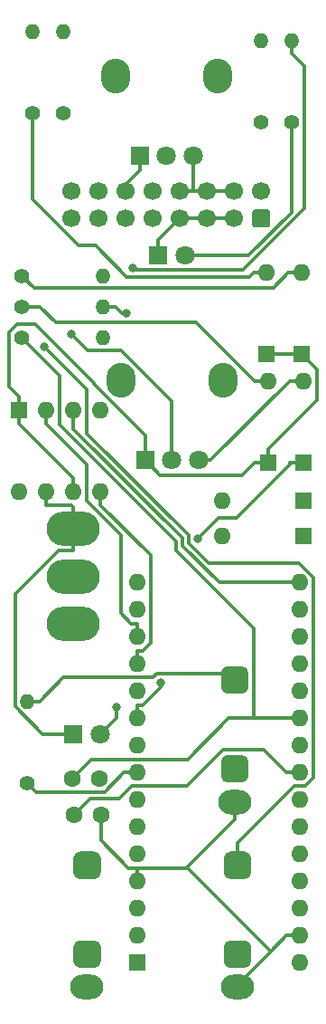
<source format=gbr>
G04 #@! TF.GenerationSoftware,KiCad,Pcbnew,(5.1.10-1-10_14)*
G04 #@! TF.CreationDate,2021-10-15T00:01:35+02:00*
G04 #@! TF.ProjectId,main,6d61696e-2e6b-4696-9361-645f70636258,rev?*
G04 #@! TF.SameCoordinates,Original*
G04 #@! TF.FileFunction,Copper,L2,Bot*
G04 #@! TF.FilePolarity,Positive*
%FSLAX46Y46*%
G04 Gerber Fmt 4.6, Leading zero omitted, Abs format (unit mm)*
G04 Created by KiCad (PCBNEW (5.1.10-1-10_14)) date 2021-10-15 00:01:35*
%MOMM*%
%LPD*%
G01*
G04 APERTURE LIST*
G04 #@! TA.AperFunction,ComponentPad*
%ADD10C,1.700000*%
G04 #@! TD*
G04 #@! TA.AperFunction,ComponentPad*
%ADD11O,1.600000X1.600000*%
G04 #@! TD*
G04 #@! TA.AperFunction,ComponentPad*
%ADD12R,1.600000X1.600000*%
G04 #@! TD*
G04 #@! TA.AperFunction,ComponentPad*
%ADD13O,5.000000X3.200000*%
G04 #@! TD*
G04 #@! TA.AperFunction,ComponentPad*
%ADD14O,3.100000X2.300000*%
G04 #@! TD*
G04 #@! TA.AperFunction,ComponentPad*
%ADD15O,2.720000X3.240000*%
G04 #@! TD*
G04 #@! TA.AperFunction,ComponentPad*
%ADD16C,1.800000*%
G04 #@! TD*
G04 #@! TA.AperFunction,ComponentPad*
%ADD17R,1.800000X1.800000*%
G04 #@! TD*
G04 #@! TA.AperFunction,ComponentPad*
%ADD18O,1.400000X1.400000*%
G04 #@! TD*
G04 #@! TA.AperFunction,ComponentPad*
%ADD19C,1.400000*%
G04 #@! TD*
G04 #@! TA.AperFunction,ComponentPad*
%ADD20C,1.600000*%
G04 #@! TD*
G04 #@! TA.AperFunction,ViaPad*
%ADD21C,0.800000*%
G04 #@! TD*
G04 #@! TA.AperFunction,Conductor*
%ADD22C,0.300000*%
G04 #@! TD*
G04 APERTURE END LIST*
D10*
X90297000Y-68516500D03*
X92837000Y-68516500D03*
X95377000Y-68516500D03*
X97917000Y-68516500D03*
X100457000Y-68516500D03*
X102997000Y-68516500D03*
X105537000Y-68516500D03*
X108077000Y-68516500D03*
X90297000Y-71056500D03*
X92837000Y-71056500D03*
X95377000Y-71056500D03*
X97917000Y-71056500D03*
X100457000Y-71056500D03*
X102997000Y-71056500D03*
X105537000Y-71056500D03*
G04 #@! TA.AperFunction,ComponentPad*
G36*
G01*
X108677000Y-71906500D02*
X107477000Y-71906500D01*
G75*
G02*
X107227000Y-71656500I0J250000D01*
G01*
X107227000Y-70456500D01*
G75*
G02*
X107477000Y-70206500I250000J0D01*
G01*
X108677000Y-70206500D01*
G75*
G02*
X108927000Y-70456500I0J-250000D01*
G01*
X108927000Y-71656500D01*
G75*
G02*
X108677000Y-71906500I-250000J0D01*
G01*
G37*
G04 #@! TD.AperFunction*
D11*
X104394000Y-100707000D03*
D12*
X112014000Y-100707000D03*
D11*
X108727000Y-86233000D03*
D12*
X108727000Y-93853000D03*
D11*
X104394000Y-97431500D03*
D12*
X112014000Y-97431500D03*
D11*
X108611000Y-76136500D03*
D12*
X108611000Y-83756500D03*
D11*
X112003000Y-86233000D03*
D12*
X112003000Y-93853000D03*
D11*
X111887000Y-76136500D03*
D12*
X111887000Y-83756500D03*
D13*
X90487500Y-108971000D03*
X90487500Y-104521000D03*
X90487500Y-100071000D03*
G04 #@! TA.AperFunction,ComponentPad*
G36*
G01*
X104554000Y-132192000D02*
X104554000Y-130892000D01*
G75*
G02*
X105204000Y-130242000I650000J0D01*
G01*
X106504000Y-130242000D01*
G75*
G02*
X107154000Y-130892000I0J-650000D01*
G01*
X107154000Y-132192000D01*
G75*
G02*
X106504000Y-132842000I-650000J0D01*
G01*
X105204000Y-132842000D01*
G75*
G02*
X104554000Y-132192000I0J650000D01*
G01*
G37*
G04 #@! TD.AperFunction*
D14*
X105854000Y-142942000D03*
G04 #@! TA.AperFunction,ComponentPad*
G36*
G01*
X104554000Y-140492000D02*
X104554000Y-139192000D01*
G75*
G02*
X105204000Y-138542000I650000J0D01*
G01*
X106504000Y-138542000D01*
G75*
G02*
X107154000Y-139192000I0J-650000D01*
G01*
X107154000Y-140492000D01*
G75*
G02*
X106504000Y-141142000I-650000J0D01*
G01*
X105204000Y-141142000D01*
G75*
G02*
X104554000Y-140492000I0J650000D01*
G01*
G37*
G04 #@! TD.AperFunction*
D11*
X85407500Y-96583500D03*
X93027500Y-88963500D03*
X87947500Y-96583500D03*
X90487500Y-88963500D03*
X90487500Y-96583500D03*
X87947500Y-88963500D03*
X93027500Y-96583500D03*
D12*
X85407500Y-88963500D03*
D15*
X94918500Y-86162500D03*
X104518500Y-86162500D03*
D16*
X102218500Y-93662500D03*
X99718500Y-93662500D03*
D17*
X97218500Y-93662500D03*
D15*
X94410500Y-57714500D03*
X104010500Y-57714500D03*
D16*
X101710500Y-65214500D03*
X99210500Y-65214500D03*
D17*
X96710500Y-65214500D03*
D18*
X86169500Y-116205000D03*
D19*
X86169500Y-123825000D03*
D18*
X93281500Y-79283400D03*
D19*
X85661500Y-79283400D03*
D18*
X86659300Y-53594000D03*
D19*
X86659300Y-61214000D03*
D18*
X110898000Y-54419500D03*
D19*
X110898000Y-62039500D03*
D18*
X108022000Y-54419500D03*
D19*
X108022000Y-62039500D03*
D18*
X89535200Y-53594000D03*
D19*
X89535200Y-61214000D03*
D18*
X93281500Y-82159200D03*
D19*
X85661500Y-82159200D03*
D18*
X93281500Y-76407500D03*
D19*
X85661500Y-76407500D03*
G04 #@! TA.AperFunction,ComponentPad*
G36*
G01*
X104300000Y-114856000D02*
X104300000Y-113556000D01*
G75*
G02*
X104950000Y-112906000I650000J0D01*
G01*
X106250000Y-112906000D01*
G75*
G02*
X106900000Y-113556000I0J-650000D01*
G01*
X106900000Y-114856000D01*
G75*
G02*
X106250000Y-115506000I-650000J0D01*
G01*
X104950000Y-115506000D01*
G75*
G02*
X104300000Y-114856000I0J650000D01*
G01*
G37*
G04 #@! TD.AperFunction*
D14*
X105600000Y-125606000D03*
G04 #@! TA.AperFunction,ComponentPad*
G36*
G01*
X104300000Y-123156000D02*
X104300000Y-121856000D01*
G75*
G02*
X104950000Y-121206000I650000J0D01*
G01*
X106250000Y-121206000D01*
G75*
G02*
X106900000Y-121856000I0J-650000D01*
G01*
X106900000Y-123156000D01*
G75*
G02*
X106250000Y-123806000I-650000J0D01*
G01*
X104950000Y-123806000D01*
G75*
G02*
X104300000Y-123156000I0J650000D01*
G01*
G37*
G04 #@! TD.AperFunction*
D17*
X90487500Y-119253000D03*
D16*
X93027500Y-119253000D03*
D17*
X98425000Y-74485500D03*
D16*
X100965000Y-74485500D03*
G04 #@! TA.AperFunction,ComponentPad*
G36*
G01*
X90457500Y-132192000D02*
X90457500Y-130892000D01*
G75*
G02*
X91107500Y-130242000I650000J0D01*
G01*
X92407500Y-130242000D01*
G75*
G02*
X93057500Y-130892000I0J-650000D01*
G01*
X93057500Y-132192000D01*
G75*
G02*
X92407500Y-132842000I-650000J0D01*
G01*
X91107500Y-132842000D01*
G75*
G02*
X90457500Y-132192000I0J650000D01*
G01*
G37*
G04 #@! TD.AperFunction*
D14*
X91757500Y-142942000D03*
G04 #@! TA.AperFunction,ComponentPad*
G36*
G01*
X90457500Y-140492000D02*
X90457500Y-139192000D01*
G75*
G02*
X91107500Y-138542000I650000J0D01*
G01*
X92407500Y-138542000D01*
G75*
G02*
X93057500Y-139192000I0J-650000D01*
G01*
X93057500Y-140492000D01*
G75*
G02*
X92407500Y-141142000I-650000J0D01*
G01*
X91107500Y-141142000D01*
G75*
G02*
X90457500Y-140492000I0J650000D01*
G01*
G37*
G04 #@! TD.AperFunction*
D20*
X93071000Y-126789000D03*
X90571000Y-126789000D03*
X92880500Y-123413000D03*
X90380500Y-123413000D03*
D11*
X111696500Y-105092000D03*
X96456500Y-105092000D03*
X111696500Y-140652000D03*
X96456500Y-107632000D03*
X111696500Y-138112000D03*
X96456500Y-110172000D03*
X111696500Y-135572000D03*
X96456500Y-112712000D03*
X111696500Y-133032000D03*
X96456500Y-115252000D03*
X111696500Y-130492000D03*
X96456500Y-117792000D03*
X111696500Y-127952000D03*
X96456500Y-120332000D03*
X111696500Y-125412000D03*
X96456500Y-122872000D03*
X111696500Y-122872000D03*
X96456500Y-125412000D03*
X111696500Y-120332000D03*
X96456500Y-127952000D03*
X111696500Y-117792000D03*
X96456500Y-130492000D03*
X111696500Y-115252000D03*
X96456500Y-133032000D03*
X111696500Y-112712000D03*
X96456500Y-135572000D03*
X111696500Y-110172000D03*
X96456500Y-138112000D03*
X111696500Y-107632000D03*
D12*
X96456500Y-140652000D03*
D21*
X102153200Y-100980600D03*
X98669300Y-114435200D03*
X96040200Y-75671200D03*
X95424400Y-79902200D03*
X94548200Y-116732700D03*
X90318800Y-81881000D03*
X87752900Y-83009500D03*
D22*
X90487500Y-90213800D02*
X90487500Y-90711700D01*
X90487500Y-90711700D02*
X100702600Y-100926800D01*
X100702600Y-100926800D02*
X100702600Y-101657800D01*
X100702600Y-101657800D02*
X104136800Y-105092000D01*
X104136800Y-105092000D02*
X111696500Y-105092000D01*
X90487500Y-88963500D02*
X90487500Y-90213800D01*
X108962200Y-139596000D02*
X110446200Y-138112000D01*
X105854000Y-142942000D02*
X105854000Y-142704200D01*
X105854000Y-142704200D02*
X108962200Y-139596000D01*
X108962200Y-139596000D02*
X101086200Y-131720100D01*
X101086200Y-131720100D02*
X101024600Y-131781700D01*
X101024600Y-131781700D02*
X96456500Y-131781700D01*
X105600000Y-127206300D02*
X101086200Y-131720100D01*
X112003000Y-86233000D02*
X110752700Y-86233000D01*
X102218500Y-93662500D02*
X103323200Y-93662500D01*
X103323200Y-93662500D02*
X110752700Y-86233000D01*
X111696500Y-138112000D02*
X110446200Y-138112000D01*
X101710500Y-68516500D02*
X100457000Y-68516500D01*
X102997000Y-68516500D02*
X101710500Y-68516500D01*
X101710500Y-68516500D02*
X101710500Y-65214500D01*
X90487500Y-100071000D02*
X90487500Y-98020700D01*
X87947500Y-96583500D02*
X87947500Y-97833800D01*
X87947500Y-97833800D02*
X90300600Y-97833800D01*
X90300600Y-97833800D02*
X90487500Y-98020700D01*
X90487500Y-100071000D02*
X90487500Y-102121300D01*
X90487500Y-119253000D02*
X87570800Y-119253000D01*
X87570800Y-119253000D02*
X84989200Y-116671400D01*
X84989200Y-116671400D02*
X84989200Y-106198200D01*
X84989200Y-106198200D02*
X89066100Y-102121300D01*
X89066100Y-102121300D02*
X90487500Y-102121300D01*
X93071000Y-126789000D02*
X93071000Y-129222900D01*
X93071000Y-129222900D02*
X95629800Y-131781700D01*
X95629800Y-131781700D02*
X96456500Y-131781700D01*
X105537000Y-68516500D02*
X102997000Y-68516500D01*
X100457000Y-71056500D02*
X102997000Y-71056500D01*
X98425000Y-74485500D02*
X98425000Y-73088500D01*
X98425000Y-73088500D02*
X100457000Y-71056500D01*
X105537000Y-71056500D02*
X102997000Y-71056500D01*
X105600000Y-125606000D02*
X105600000Y-127206300D01*
X96456500Y-133032000D02*
X96456500Y-131781700D01*
X87947500Y-90213800D02*
X91757500Y-94023800D01*
X91757500Y-94023800D02*
X91757500Y-97477100D01*
X91757500Y-97477100D02*
X94957600Y-100677200D01*
X94957600Y-100677200D02*
X94957600Y-107970000D01*
X94957600Y-107970000D02*
X95909300Y-108921700D01*
X95909300Y-108921700D02*
X96456500Y-108921700D01*
X87947500Y-88963500D02*
X87947500Y-90213800D01*
X96456500Y-110172000D02*
X96456500Y-108921700D01*
X93027500Y-96583500D02*
X93027500Y-97833800D01*
X96456500Y-112712000D02*
X96456500Y-111461700D01*
X96456500Y-111461700D02*
X97003500Y-111461700D01*
X97003500Y-111461700D02*
X97708200Y-110757000D01*
X97708200Y-110757000D02*
X97708200Y-102514500D01*
X97708200Y-102514500D02*
X93027500Y-97833800D01*
X85407500Y-88963500D02*
X85407500Y-87713200D01*
X85407500Y-87713200D02*
X84470300Y-86776000D01*
X84470300Y-86776000D02*
X84470300Y-81666600D01*
X84470300Y-81666600D02*
X85179300Y-80957600D01*
X85179300Y-80957600D02*
X86919700Y-80957600D01*
X86919700Y-80957600D02*
X92377700Y-86415600D01*
X92377700Y-86415600D02*
X92377700Y-86493600D01*
X92377700Y-86493600D02*
X97218500Y-91334400D01*
X97218500Y-91334400D02*
X97218500Y-93662500D01*
X90487500Y-95333200D02*
X85407500Y-90253200D01*
X85407500Y-90253200D02*
X85407500Y-88963500D01*
X97218500Y-93662500D02*
X98582800Y-95026800D01*
X98582800Y-95026800D02*
X106302900Y-95026800D01*
X106302900Y-95026800D02*
X107476700Y-93853000D01*
X111887000Y-83756500D02*
X113269000Y-85138500D01*
X113269000Y-85138500D02*
X113269000Y-88060700D01*
X113269000Y-88060700D02*
X108727000Y-92602700D01*
X111887000Y-83756500D02*
X108611000Y-83756500D01*
X108727000Y-93853000D02*
X108727000Y-92602700D01*
X90487500Y-96583500D02*
X90487500Y-95333200D01*
X108727000Y-93853000D02*
X107476700Y-93853000D01*
X96710500Y-65214500D02*
X96710500Y-66564800D01*
X96710500Y-66564800D02*
X95377000Y-67898300D01*
X95377000Y-67898300D02*
X95377000Y-68516500D01*
X96456500Y-117792000D02*
X96456500Y-116541700D01*
X112003000Y-93853000D02*
X110752700Y-93853000D01*
X102153200Y-100980600D02*
X104064500Y-99069300D01*
X104064500Y-99069300D02*
X105770800Y-99069300D01*
X105770800Y-99069300D02*
X110752700Y-94087400D01*
X110752700Y-94087400D02*
X110752700Y-93853000D01*
X96456500Y-116541700D02*
X96991800Y-116541700D01*
X96991800Y-116541700D02*
X98669300Y-114864200D01*
X98669300Y-114864200D02*
X98669300Y-114435200D01*
X111887000Y-76136500D02*
X110636700Y-76136500D01*
X85661500Y-76407500D02*
X86818600Y-77564600D01*
X86818600Y-77564600D02*
X109208600Y-77564600D01*
X109208600Y-77564600D02*
X110636700Y-76136500D01*
X110898000Y-55569800D02*
X112093700Y-56765500D01*
X112093700Y-56765500D02*
X112093700Y-70127800D01*
X112093700Y-70127800D02*
X106384100Y-75837400D01*
X106384100Y-75837400D02*
X96206400Y-75837400D01*
X96206400Y-75837400D02*
X96040200Y-75671200D01*
X110898000Y-54419500D02*
X110898000Y-55569800D01*
X96456500Y-122872000D02*
X95206200Y-122872000D01*
X95206200Y-122872000D02*
X93414800Y-124663400D01*
X93414800Y-124663400D02*
X87007900Y-124663400D01*
X87007900Y-124663400D02*
X86169500Y-123825000D01*
X85661500Y-79283400D02*
X87359300Y-79283400D01*
X87359300Y-79283400D02*
X88828400Y-80752500D01*
X88828400Y-80752500D02*
X101996200Y-80752500D01*
X101996200Y-80752500D02*
X107476700Y-86233000D01*
X108727000Y-86233000D02*
X107476700Y-86233000D01*
X111696500Y-122872000D02*
X110446200Y-122872000D01*
X110446200Y-122872000D02*
X108288100Y-120713900D01*
X108288100Y-120713900D02*
X104536000Y-120713900D01*
X104536000Y-120713900D02*
X101107900Y-124142000D01*
X101107900Y-124142000D02*
X95933100Y-124142000D01*
X95933100Y-124142000D02*
X94801600Y-125273500D01*
X94801600Y-125273500D02*
X92086500Y-125273500D01*
X92086500Y-125273500D02*
X90571000Y-126789000D01*
X85661500Y-82159200D02*
X89217500Y-85715200D01*
X89217500Y-85715200D02*
X89217500Y-90348600D01*
X89217500Y-90348600D02*
X100102300Y-101233400D01*
X100102300Y-101233400D02*
X100102300Y-102082600D01*
X100102300Y-102082600D02*
X107356200Y-109336500D01*
X107356200Y-109336500D02*
X107356200Y-117792000D01*
X107356200Y-117792000D02*
X111696500Y-117792000D01*
X90380500Y-123413000D02*
X92181300Y-121612200D01*
X92181300Y-121612200D02*
X101182400Y-121612200D01*
X101182400Y-121612200D02*
X105002600Y-117792000D01*
X105002600Y-117792000D02*
X107356200Y-117792000D01*
X100965000Y-74485500D02*
X106882700Y-74485500D01*
X106882700Y-74485500D02*
X110898000Y-70470200D01*
X110898000Y-70470200D02*
X110898000Y-62039500D01*
X108611000Y-76136500D02*
X107360700Y-76136500D01*
X86659300Y-61214000D02*
X86659300Y-69281400D01*
X86659300Y-69281400D02*
X90972500Y-73594600D01*
X90972500Y-73594600D02*
X92542900Y-73594600D01*
X92542900Y-73594600D02*
X95473200Y-76524900D01*
X95473200Y-76524900D02*
X106972300Y-76524900D01*
X106972300Y-76524900D02*
X107360700Y-76136500D01*
X94431800Y-79283400D02*
X95050600Y-79902200D01*
X95050600Y-79902200D02*
X95424400Y-79902200D01*
X93281500Y-79283400D02*
X94431800Y-79283400D01*
X93027500Y-119253000D02*
X94548200Y-117732300D01*
X94548200Y-117732300D02*
X94548200Y-116732700D01*
X105600000Y-114206000D02*
X104978900Y-113584900D01*
X104978900Y-113584900D02*
X98317200Y-113584900D01*
X98317200Y-113584900D02*
X97920100Y-113982000D01*
X97920100Y-113982000D02*
X89542800Y-113982000D01*
X89542800Y-113982000D02*
X87319800Y-116205000D01*
X86169500Y-116205000D02*
X87319800Y-116205000D01*
X90318800Y-81881000D02*
X91794500Y-83356700D01*
X91794500Y-83356700D02*
X94950800Y-83356700D01*
X94950800Y-83356700D02*
X99718500Y-88124400D01*
X99718500Y-88124400D02*
X99718500Y-93662500D01*
X87752900Y-83009500D02*
X91757500Y-87014100D01*
X91757500Y-87014100D02*
X91757500Y-91132800D01*
X91757500Y-91132800D02*
X101302900Y-100678200D01*
X101302900Y-100678200D02*
X101302900Y-101409200D01*
X101302900Y-101409200D02*
X103135900Y-103242200D01*
X103135900Y-103242200D02*
X111629800Y-103242200D01*
X111629800Y-103242200D02*
X112996000Y-104608400D01*
X112996000Y-104608400D02*
X112996000Y-123385200D01*
X112996000Y-123385200D02*
X112239300Y-124141900D01*
X112239300Y-124141900D02*
X111161300Y-124141900D01*
X111161300Y-124141900D02*
X105854000Y-129449200D01*
X105854000Y-129449200D02*
X105854000Y-131542000D01*
M02*

</source>
